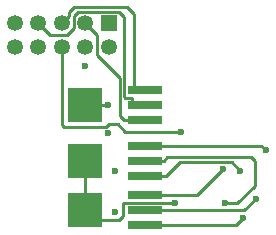
<source format=gtl>
G04*
G04 #@! TF.GenerationSoftware,Altium Limited,Altium Designer,19.1.8 (144)*
G04*
G04 Layer_Physical_Order=1*
G04 Layer_Color=255*
%FSLAX43Y43*%
%MOMM*%
G71*
G01*
G75*
%ADD11R,3.000X3.000*%
%ADD12R,3.000X0.700*%
%ADD18C,0.254*%
%ADD19R,1.350X1.350*%
%ADD20C,1.350*%
%ADD21C,0.600*%
D11*
X8428Y11500D02*
D03*
Y6810D02*
D03*
Y2620D02*
D03*
D12*
X13508Y12770D02*
D03*
Y11500D02*
D03*
Y10230D02*
D03*
Y8080D02*
D03*
Y6810D02*
D03*
Y5540D02*
D03*
Y3890D02*
D03*
Y2620D02*
D03*
Y1350D02*
D03*
D18*
X23314Y8080D02*
X23698Y7696D01*
X13508Y8080D02*
X23314D01*
X23698Y7696D02*
X23698D01*
X11176Y9881D02*
X11782Y9275D01*
X16525D01*
X15291Y5540D02*
X16431Y6680D01*
X15367Y7137D02*
X22416D01*
X22758Y6794D01*
X13508Y6810D02*
X15040D01*
X16431Y6680D02*
X20828D01*
X15040Y6810D02*
X15367Y7137D01*
X20828Y6680D02*
X21529Y5979D01*
X17856Y3890D02*
X20037Y6071D01*
X10211Y9703D02*
X10389Y9881D01*
X6579Y9703D02*
X10211D01*
X10389Y9881D02*
X11176D01*
X12517Y12770D02*
Y19271D01*
X12370Y11500D02*
Y12116D01*
X6426Y9855D02*
X6579Y9703D01*
X6426Y9855D02*
Y16440D01*
X21848Y2620D02*
X22835Y3607D01*
X13508Y2620D02*
X21848D01*
X13508Y5540D02*
X15291D01*
X22758Y4697D02*
Y6794D01*
X21262Y3200D02*
X22758Y4697D01*
X20250Y3200D02*
X21262D01*
X12370Y11500D02*
X13508D01*
X12344Y12141D02*
X12370Y12116D01*
X11756Y12141D02*
X12344D01*
X11731Y12167D02*
X11756Y12141D01*
X11731Y12167D02*
Y18978D01*
X11303Y19406D02*
X11731Y18978D01*
X7811Y19406D02*
X11303D01*
X7468Y19063D02*
X7811Y19406D01*
X7468Y18034D02*
Y19063D01*
X6883Y17450D02*
X7468Y18034D01*
X5417Y17450D02*
X6883D01*
X4426Y18440D02*
X5417Y17450D01*
X11659Y3251D02*
X15977D01*
X11633Y3226D02*
X11659Y3251D01*
X11633Y2159D02*
Y3226D01*
X11303Y1829D02*
X11633Y2159D01*
X9219Y1829D02*
X11303D01*
X8428Y2620D02*
X9219Y1829D01*
X13508Y1350D02*
X21187D01*
X21768Y1930D01*
X12517Y12770D02*
X13508D01*
X11949Y19839D02*
X12517Y19271D01*
X7493Y19839D02*
X11949D01*
X7028Y19374D02*
X7493Y19839D01*
X7028Y19042D02*
Y19374D01*
X6426Y18440D02*
X7028Y19042D01*
X8426Y18440D02*
X9398Y17469D01*
Y15730D02*
Y17469D01*
Y15730D02*
X11327Y13801D01*
Y10638D02*
Y13801D01*
Y10638D02*
X11735Y10230D01*
X13508D01*
Y3890D02*
X17856D01*
X8428Y2620D02*
Y6810D01*
Y11500D02*
X10355D01*
D19*
X10426Y18440D02*
D03*
D20*
Y16440D02*
D03*
X8426Y18440D02*
D03*
Y16440D02*
D03*
X6426Y18440D02*
D03*
Y16440D02*
D03*
X4426Y18440D02*
D03*
Y16440D02*
D03*
X2426Y18440D02*
D03*
Y16440D02*
D03*
D21*
X16525Y9275D02*
D03*
X20037Y6071D02*
D03*
X10956Y2500D02*
D03*
Y5976D02*
D03*
X10355Y9134D02*
D03*
Y11500D02*
D03*
X22835Y3607D02*
D03*
X21529Y5979D02*
D03*
X20250Y3200D02*
D03*
X23698Y7696D02*
D03*
X15977Y3251D02*
D03*
X21768Y1930D02*
D03*
X8428Y14855D02*
D03*
M02*

</source>
